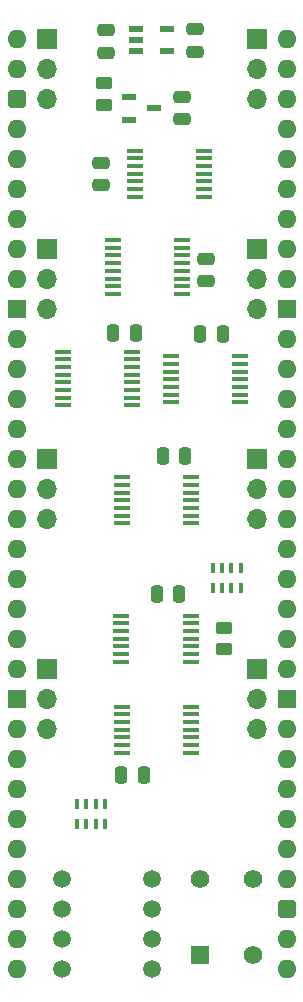
<source format=gbr>
%TF.GenerationSoftware,KiCad,Pcbnew,7.0.5*%
%TF.CreationDate,2024-01-10T17:42:36+02:00*%
%TF.ProjectId,Quad MPU Clock Generator,51756164-204d-4505-9520-436c6f636b20,rev?*%
%TF.SameCoordinates,Original*%
%TF.FileFunction,Soldermask,Top*%
%TF.FilePolarity,Negative*%
%FSLAX46Y46*%
G04 Gerber Fmt 4.6, Leading zero omitted, Abs format (unit mm)*
G04 Created by KiCad (PCBNEW 7.0.5) date 2024-01-10 17:42:36*
%MOMM*%
%LPD*%
G01*
G04 APERTURE LIST*
G04 Aperture macros list*
%AMRoundRect*
0 Rectangle with rounded corners*
0 $1 Rounding radius*
0 $2 $3 $4 $5 $6 $7 $8 $9 X,Y pos of 4 corners*
0 Add a 4 corners polygon primitive as box body*
4,1,4,$2,$3,$4,$5,$6,$7,$8,$9,$2,$3,0*
0 Add four circle primitives for the rounded corners*
1,1,$1+$1,$2,$3*
1,1,$1+$1,$4,$5*
1,1,$1+$1,$6,$7*
1,1,$1+$1,$8,$9*
0 Add four rect primitives between the rounded corners*
20,1,$1+$1,$2,$3,$4,$5,0*
20,1,$1+$1,$4,$5,$6,$7,0*
20,1,$1+$1,$6,$7,$8,$9,0*
20,1,$1+$1,$8,$9,$2,$3,0*%
G04 Aperture macros list end*
%ADD10R,1.575000X1.575000*%
%ADD11C,1.575000*%
%ADD12C,1.509000*%
%ADD13R,0.450000X0.900000*%
%ADD14R,1.475000X0.450000*%
%ADD15R,1.250000X0.600000*%
%ADD16R,1.450000X0.450000*%
%ADD17R,1.150000X0.600000*%
%ADD18RoundRect,0.250000X-0.250000X-0.475000X0.250000X-0.475000X0.250000X0.475000X-0.250000X0.475000X0*%
%ADD19RoundRect,0.250000X0.450000X-0.262500X0.450000X0.262500X-0.450000X0.262500X-0.450000X-0.262500X0*%
%ADD20RoundRect,0.250000X0.475000X-0.250000X0.475000X0.250000X-0.475000X0.250000X-0.475000X-0.250000X0*%
%ADD21R,1.700000X1.700000*%
%ADD22O,1.700000X1.700000*%
%ADD23O,1.600000X1.600000*%
%ADD24RoundRect,0.400000X-0.400000X-0.400000X0.400000X-0.400000X0.400000X0.400000X-0.400000X0.400000X0*%
%ADD25R,1.600000X1.600000*%
%ADD26RoundRect,0.250000X0.250000X0.475000X-0.250000X0.475000X-0.250000X-0.475000X0.250000X-0.475000X0*%
%ADD27RoundRect,0.250000X-0.475000X0.250000X-0.475000X-0.250000X0.475000X-0.250000X0.475000X0.250000X0*%
%ADD28RoundRect,0.250000X-0.450000X0.262500X-0.450000X-0.262500X0.450000X-0.262500X0.450000X0.262500X0*%
G04 APERTURE END LIST*
D10*
%TO.C,S2*%
X104430000Y-136040000D03*
D11*
X104430000Y-129540000D03*
X108930000Y-136040000D03*
X108930000Y-129540000D03*
%TD*%
D12*
%TO.C,S1*%
X92710000Y-129540000D03*
X92710000Y-132080000D03*
X92710000Y-134620000D03*
X92710000Y-137160000D03*
X100330000Y-137160000D03*
X100330000Y-134620000D03*
X100330000Y-132080000D03*
X100330000Y-129540000D03*
%TD*%
D13*
%TO.C,RN1*%
X96380000Y-123190000D03*
X95580000Y-123190000D03*
X94780000Y-123190000D03*
X93980000Y-123190000D03*
X93980000Y-124890000D03*
X94780000Y-124890000D03*
X95580000Y-124890000D03*
X96380000Y-124890000D03*
%TD*%
D14*
%TO.C,IC9*%
X97790000Y-95556000D03*
X97790000Y-96206000D03*
X97790000Y-96856000D03*
X97790000Y-97506000D03*
X97790000Y-98156000D03*
X97790000Y-98806000D03*
X97790000Y-99456000D03*
X103666000Y-99456000D03*
X103666000Y-98806000D03*
X103666000Y-98156000D03*
X103666000Y-97506000D03*
X103666000Y-96856000D03*
X103666000Y-96206000D03*
X103666000Y-95556000D03*
%TD*%
D15*
%TO.C,IC8*%
X98391000Y-63378000D03*
X98391000Y-65278000D03*
X100491000Y-64328000D03*
%TD*%
D14*
%TO.C,IC7*%
X97773000Y-107270000D03*
X97773000Y-107920000D03*
X97773000Y-108570000D03*
X97773000Y-109220000D03*
X97773000Y-109870000D03*
X97773000Y-110520000D03*
X97773000Y-111170000D03*
X103649000Y-111170000D03*
X103649000Y-110520000D03*
X103649000Y-109870000D03*
X103649000Y-109220000D03*
X103649000Y-108570000D03*
X103649000Y-107920000D03*
X103649000Y-107270000D03*
%TD*%
%TO.C,IC6*%
X103666000Y-118872000D03*
X103666000Y-118222000D03*
X103666000Y-117572000D03*
X103666000Y-116922000D03*
X103666000Y-116272000D03*
X103666000Y-115622000D03*
X103666000Y-114972000D03*
X97790000Y-114972000D03*
X97790000Y-115622000D03*
X97790000Y-116272000D03*
X97790000Y-116922000D03*
X97790000Y-117572000D03*
X97790000Y-118222000D03*
X97790000Y-118872000D03*
%TD*%
%TO.C,IC5*%
X98916000Y-67900000D03*
X98916000Y-68550000D03*
X98916000Y-69200000D03*
X98916000Y-69850000D03*
X98916000Y-70500000D03*
X98916000Y-71150000D03*
X98916000Y-71800000D03*
X104792000Y-71800000D03*
X104792000Y-71150000D03*
X104792000Y-70500000D03*
X104792000Y-69850000D03*
X104792000Y-69200000D03*
X104792000Y-68550000D03*
X104792000Y-67900000D03*
%TD*%
%TO.C,IC4*%
X101964000Y-85299000D03*
X101964000Y-85949000D03*
X101964000Y-86599000D03*
X101964000Y-87249000D03*
X101964000Y-87899000D03*
X101964000Y-88549000D03*
X101964000Y-89199000D03*
X107840000Y-89199000D03*
X107840000Y-88549000D03*
X107840000Y-87899000D03*
X107840000Y-87249000D03*
X107840000Y-86599000D03*
X107840000Y-85949000D03*
X107840000Y-85299000D03*
%TD*%
D16*
%TO.C,IC3*%
X92833000Y-84923200D03*
X92833000Y-85573200D03*
X92833000Y-86223200D03*
X92833000Y-86873200D03*
X92833000Y-87523200D03*
X92833000Y-88173200D03*
X92833000Y-88823200D03*
X92833000Y-89473200D03*
X98683000Y-89473200D03*
X98683000Y-88823200D03*
X98683000Y-88173200D03*
X98683000Y-87523200D03*
X98683000Y-86873200D03*
X98683000Y-86223200D03*
X98683000Y-85573200D03*
X98683000Y-84923200D03*
%TD*%
%TO.C,IC2*%
X97024000Y-75475056D03*
X97024000Y-76125056D03*
X97024000Y-76775056D03*
X97024000Y-77425056D03*
X97024000Y-78075056D03*
X97024000Y-78725056D03*
X97024000Y-79375056D03*
X97024000Y-80025056D03*
X102874000Y-80025056D03*
X102874000Y-79375056D03*
X102874000Y-78725056D03*
X102874000Y-78075056D03*
X102874000Y-77425056D03*
X102874000Y-76775056D03*
X102874000Y-76125056D03*
X102874000Y-75475056D03*
%TD*%
D17*
%TO.C,IC1*%
X99000000Y-57597000D03*
X99000000Y-58547000D03*
X99000000Y-59497000D03*
X101600000Y-59497000D03*
X101600000Y-57597000D03*
%TD*%
D18*
%TO.C,C4*%
X97745000Y-120777000D03*
X99645000Y-120777000D03*
%TD*%
D19*
%TO.C,R2*%
X96256000Y-64031500D03*
X96256000Y-62206500D03*
%TD*%
D20*
%TO.C,C10*%
X96490000Y-59608000D03*
X96490000Y-57708000D03*
%TD*%
D21*
%TO.C,J7*%
X109220000Y-93980000D03*
D22*
X109220000Y-96520000D03*
X109220000Y-99060000D03*
%TD*%
D23*
%TO.C,J1*%
X88900000Y-58420000D03*
X88900000Y-60960000D03*
D24*
X88900000Y-63500000D03*
D23*
X88900000Y-66040000D03*
X88900000Y-68580000D03*
X88900000Y-71120000D03*
X88900000Y-73660000D03*
X88900000Y-76200000D03*
X88900000Y-78740000D03*
D25*
X88900000Y-81280000D03*
D23*
X88900000Y-83820000D03*
X88900000Y-86360000D03*
X88900000Y-88900000D03*
X88900000Y-91440000D03*
X88900000Y-93980000D03*
X88900000Y-96520000D03*
X88900000Y-99060000D03*
X88900000Y-101600000D03*
X88900000Y-104140000D03*
X88900000Y-106680000D03*
X88900000Y-109220000D03*
X88900000Y-111760000D03*
D25*
X88900000Y-114300000D03*
D23*
X88900000Y-116840000D03*
X88900000Y-119380000D03*
X88900000Y-121920000D03*
X88900000Y-124460000D03*
X88900000Y-127000000D03*
X88900000Y-129540000D03*
X88900000Y-132080000D03*
X88900000Y-134620000D03*
X88900000Y-137160000D03*
X111760000Y-137160000D03*
X111760000Y-134620000D03*
D24*
X111760000Y-132080000D03*
D23*
X111760000Y-129540000D03*
X111760000Y-127000000D03*
X111760000Y-124460000D03*
X111760000Y-121920000D03*
X111760000Y-119380000D03*
X111760000Y-116840000D03*
D25*
X111760000Y-114300000D03*
D23*
X111760000Y-111760000D03*
X111760000Y-109220000D03*
X111760000Y-106680000D03*
X111760000Y-104140000D03*
X111760000Y-101600000D03*
X111760000Y-99060000D03*
X111760000Y-96520000D03*
X111760000Y-93980000D03*
X111760000Y-91440000D03*
X111760000Y-88900000D03*
X111760000Y-86360000D03*
X111760000Y-83820000D03*
D25*
X111760000Y-81280000D03*
D23*
X111760000Y-78740000D03*
X111760000Y-76200000D03*
X111760000Y-73660000D03*
X111760000Y-71120000D03*
X111760000Y-68580000D03*
X111760000Y-66040000D03*
X111760000Y-63500000D03*
X111760000Y-60960000D03*
X111760000Y-58420000D03*
%TD*%
D26*
%TO.C,C6*%
X102661000Y-105410000D03*
X100761000Y-105410000D03*
%TD*%
D27*
%TO.C,C7*%
X96012000Y-68916000D03*
X96012000Y-70816000D03*
%TD*%
D21*
%TO.C,J9*%
X109220000Y-111760000D03*
D22*
X109220000Y-114300000D03*
X109220000Y-116840000D03*
%TD*%
D21*
%TO.C,J6*%
X91440000Y-93980000D03*
D22*
X91440000Y-96520000D03*
X91440000Y-99060000D03*
%TD*%
D26*
%TO.C,C2*%
X98978000Y-83312000D03*
X97078000Y-83312000D03*
%TD*%
D13*
%TO.C,RN2*%
X107880000Y-103261000D03*
X107080000Y-103261000D03*
X106280000Y-103261000D03*
X105480000Y-103261000D03*
X105480000Y-104961000D03*
X106280000Y-104961000D03*
X107080000Y-104961000D03*
X107880000Y-104961000D03*
%TD*%
D20*
%TO.C,C11*%
X103983000Y-59542000D03*
X103983000Y-57642000D03*
%TD*%
D21*
%TO.C,J5*%
X109220000Y-76200000D03*
D22*
X109220000Y-78740000D03*
X109220000Y-81280000D03*
%TD*%
D21*
%TO.C,J2*%
X91440000Y-58420000D03*
D22*
X91440000Y-60960000D03*
X91440000Y-63500000D03*
%TD*%
D21*
%TO.C,J4*%
X91440000Y-76200000D03*
D22*
X91440000Y-78740000D03*
X91440000Y-81280000D03*
%TD*%
D28*
%TO.C,R1*%
X106436000Y-108307500D03*
X106436000Y-110132500D03*
%TD*%
D20*
%TO.C,C8*%
X102870000Y-65262000D03*
X102870000Y-63362000D03*
%TD*%
D27*
%TO.C,C3*%
X104902000Y-77044000D03*
X104902000Y-78944000D03*
%TD*%
D26*
%TO.C,C5*%
X106344000Y-83439000D03*
X104444000Y-83439000D03*
%TD*%
D21*
%TO.C,J3*%
X109220000Y-58420000D03*
D22*
X109220000Y-60960000D03*
X109220000Y-63500000D03*
%TD*%
D21*
%TO.C,J8*%
X91440000Y-111760000D03*
D22*
X91440000Y-114300000D03*
X91440000Y-116840000D03*
%TD*%
D26*
%TO.C,C1*%
X103169000Y-93726000D03*
X101269000Y-93726000D03*
%TD*%
M02*

</source>
